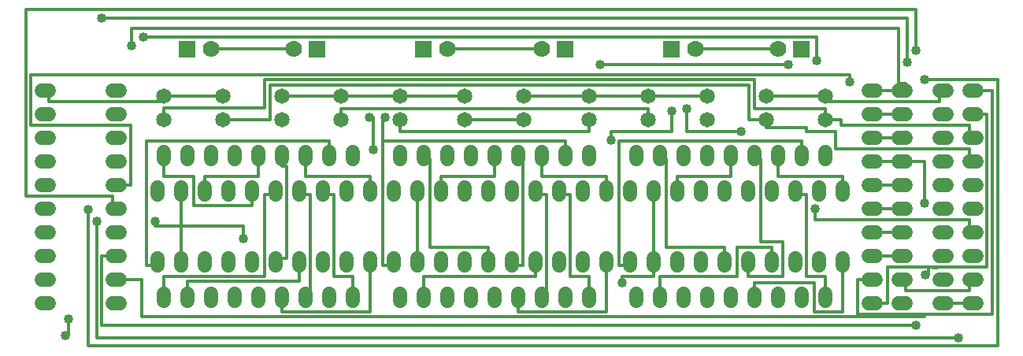
<source format=gbr>
G04 start of page 2 for group 0 idx 0 *
G04 Title: (unknown), component *
G04 Creator: pcb 20100929 *
G04 CreationDate: Mon 21 Feb 2011 05:52:53 PM GMT UTC *
G04 For: vince *
G04 Format: Gerber/RS-274X *
G04 PCB-Dimensions: 480000 150000 *
G04 PCB-Coordinate-Origin: lower left *
%MOIN*%
%FSLAX25Y25*%
%LNFRONT*%
%ADD11C,0.0120*%
%ADD12C,0.0650*%
%ADD13C,0.0200*%
%ADD14C,0.0700*%
%ADD15C,0.0600*%
%ADD16C,0.0400*%
%ADD17C,0.0290*%
%ADD18C,0.0280*%
%ADD19C,0.0350*%
G54D11*X155000Y130000D02*X155001D01*
X155000D02*X120000D01*
X155001D02*X155000D01*
X100000Y107900D02*Y107899D01*
Y110000D02*Y107900D01*
Y107899D01*
Y110000D02*Y107900D01*
Y100000D02*Y99999D01*
Y105150D02*Y100000D01*
X100001Y107900D02*X100000D01*
X142948Y105150D02*X100000D01*
X170000Y91101D02*X92899D01*
X125000Y110000D02*X100000D01*
X125001D02*X125000D01*
X142948Y117052D02*Y105150D01*
X145149Y100000D02*X125000D01*
X145149Y114851D02*Y100000D01*
X86100Y72500D02*X81500D01*
X86100Y97900D02*Y72500D01*
X90698Y32500D02*X81500D01*
X78500Y42500D02*X73899D01*
X78500Y67900D02*Y62500D01*
Y62499D02*Y62500D01*
Y62499D01*
Y62500D01*
Y62499D02*Y62500D01*
Y62499D02*Y62500D01*
Y62499D02*Y62500D01*
Y62499D02*Y62500D01*
Y67900D02*X41698D01*
X100000Y107900D02*X51500D01*
X86100Y97900D02*X43899D01*
Y119253D02*Y97900D01*
X51500Y112500D02*Y107900D01*
X71698Y57100D02*Y7899D01*
X73899Y42500D02*Y13098D01*
X59701Y15897D02*Y8696D01*
X58301D02*Y8695D01*
X59701Y8696D01*
X59702D01*
X58301D02*X59701D01*
X58301D01*
X59702D02*X59701D01*
X90698Y32500D02*Y16699D01*
X92899Y91101D02*Y38500D01*
X68097Y62099D02*Y4299D01*
X78500Y62500D02*Y62499D01*
Y62500D01*
X96500Y55000D02*Y54999D01*
Y57101D02*Y55000D01*
Y54999D01*
Y57101D02*Y55000D01*
X97500Y38500D02*X97501D01*
X97500D02*X92899D01*
X97501D02*X97500D01*
X97501D02*X97500Y40000D01*
X100000Y83500D02*Y76101D01*
Y33900D02*Y26500D01*
X110000Y31699D02*Y26500D01*
X117500Y76101D02*Y68500D01*
X140000Y76101D02*X117500D01*
X137500Y68500D02*Y63900D01*
X117500Y68500D02*Y68499D01*
X137500Y63900D02*X112899D01*
Y76101D02*Y63900D01*
Y76101D02*X100000D01*
X107500Y55000D02*Y41500D01*
X107501Y55000D02*X107500D01*
X133900D02*X107501D01*
X157500Y31699D02*X110000D01*
X142899Y33900D02*X100000D01*
X107500Y41500D02*Y41499D01*
X157500Y38500D02*Y31699D01*
X140000Y83500D02*Y76101D01*
X147500Y68500D02*X142899D01*
X147501D02*X147500D01*
X142899D02*Y33900D01*
X147501Y68500D02*X147500Y70000D01*
X96500Y57101D02*Y55000D01*
X133900Y49701D02*Y49700D01*
X147500Y68500D02*X147501D01*
X117500D02*Y68499D01*
X152100Y41500D02*X147500D01*
X152100Y80501D02*Y41500D01*
X107500D02*Y41499D01*
Y40000D01*
X133900Y49701D02*Y49700D01*
X107500Y68500D02*Y55000D01*
X133900D02*Y49701D01*
X107500Y55000D02*X96500D01*
X107501D02*X107500D01*
X160000Y26500D02*X162100D01*
X160000D01*
X162101D02*X162100D01*
X160000Y26499D02*X162100Y26500D01*
X162101D01*
X187500Y18900D02*X150000D01*
Y23500D02*Y18900D01*
X172100Y68500D02*Y33900D01*
X162100Y68500D02*Y26500D01*
Y68500D02*X157500D01*
X160000Y83500D02*Y76101D01*
X172100Y68500D02*X167500D01*
X187500Y76101D02*X160000D01*
X212899Y83500D02*Y46101D01*
X197500Y38500D02*X197501D01*
X197500Y40000D01*
X192899Y64799D02*Y38500D01*
X207500Y41500D02*Y41499D01*
Y41500D02*Y41499D01*
Y40000D01*
Y68500D02*Y41500D01*
X187500Y68500D02*Y68499D01*
Y76101D02*Y68500D01*
X210000Y83500D02*X212899D01*
X210000D02*X212899D01*
X210000D01*
X212899D02*X210000Y85000D01*
Y33900D02*Y26500D01*
X180000Y33900D02*X172100D01*
X180000D02*Y26500D01*
X197500Y38500D02*X192899D01*
X197501D02*X197500D01*
X187500D02*Y18900D01*
Y68500D02*Y70000D01*
X150000Y83500D02*Y80501D01*
X152100D02*X150000D01*
X152101D02*X152100D01*
X150000Y83500D02*Y80501D01*
Y83500D02*Y80501D01*
Y83500D02*Y80501D01*
X117500Y68500D02*Y70000D01*
Y68499D02*Y68500D01*
X150000Y80501D02*X152100D01*
X152101D01*
X193750Y101251D02*X192899D01*
X193751D02*X193750D01*
X192899D02*Y91101D01*
X188750Y101251D02*Y87500D01*
X200001Y110000D02*X200000D01*
X175001D01*
X200001D02*X200000D01*
Y100000D02*Y95150D01*
X186988Y101251D02*X188750D01*
X187500Y68500D02*Y68499D01*
Y68500D01*
X192899Y91101D02*Y64799D01*
Y91101D02*Y64799D01*
X150000Y80501D02*X152100D01*
X150000D02*Y80500D01*
Y83500D02*Y80501D01*
Y80500D01*
X175000Y110000D02*X150000D01*
X175001D02*X175000D01*
X175001D02*X175000D01*
Y100000D02*Y99999D01*
Y104851D02*Y100000D01*
X170000Y91101D02*Y86500D01*
X260000Y130000D02*X260001D01*
X260000D02*X220000D01*
X260001D02*X260000D01*
X193750Y101251D02*X193751D01*
X100000Y100000D02*Y99999D01*
Y110000D02*Y107900D01*
X100001D01*
X125000Y110000D02*X125001D01*
X41698Y146705D02*Y67900D01*
X86549Y138702D02*Y131499D01*
X175000Y110000D02*X175001D01*
X227500D02*X200001D01*
X227501D02*X227500D01*
X252100Y83500D02*X250000D01*
X240000D02*Y76101D01*
X217500D01*
X260000Y83500D02*Y76101D01*
X252101Y83500D02*X252100D01*
X250000Y85000D01*
X212900Y83500D02*X212899D01*
X217500Y68500D02*Y68499D01*
Y76101D02*Y68500D01*
X387500D02*Y68499D01*
X414000Y82500D02*X414001D01*
X414000D01*
X414001D02*X414000D01*
Y72500D02*X412501D01*
X414000Y82500D02*X412500D01*
X412501Y72500D02*X412500D01*
X411000D01*
X412501D02*X412500D01*
X350000Y83500D02*X352899D01*
X352900D01*
X350000D02*X352899D01*
X357500Y38500D02*Y38499D01*
X352899Y83500D02*X350000Y85000D01*
X414000Y62500D02*X414001D01*
X414000D02*X412500D01*
X414001D02*X414000D01*
Y52500D02*X412501D01*
X412500D01*
X412501D02*X412500D01*
X414000Y42500D02*X414001D01*
X414000D02*X412500D01*
X414001D02*X414000D01*
X412500Y52500D02*X411000D01*
X387500Y40000D02*Y38500D01*
X422201Y64700D02*Y64699D01*
X422500Y34300D02*Y34299D01*
X280000Y33900D02*X272100D01*
X287500Y68500D02*Y68499D01*
X272100Y68500D02*Y33900D01*
X412501Y112499D02*X412500Y112500D01*
Y102500D02*X411000D01*
X412501D02*X412500D01*
X411000Y112500D02*X411101Y115499D01*
X411000Y112500D02*X411101Y115499D01*
Y112500D01*
Y115499D02*X411000Y112500D01*
X411101Y115499D02*Y112500D01*
X411000D02*X411101D01*
Y115499D02*Y115500D01*
Y115499D01*
Y112500D02*X412500D01*
X287500Y76101D02*Y68500D01*
X312899Y83500D02*X310000Y85000D01*
X305000Y110000D02*X280001D01*
X305001D02*X305000D01*
X330000D02*X305001D01*
X330001D02*X330000D01*
X315000Y103749D02*Y95150D01*
X423899Y37900D02*X406399D01*
X387500Y38500D02*Y18900D01*
X423899Y37900D02*Y34300D01*
X427500Y37301D02*X423899Y37900D01*
X427500D02*X423899D01*
X422201Y117100D02*Y117099D01*
Y82500D02*X414001D01*
X280000Y33900D02*Y26500D01*
X307500Y40000D02*Y39999D01*
Y41500D02*Y40000D01*
X297501Y38500D02*X297500Y40000D01*
X294000Y33900D02*Y31099D01*
X337500Y38500D02*Y38499D01*
X297500Y38500D02*X297501D01*
X307500D02*Y39999D01*
Y40000D01*
X317500Y68500D02*Y68499D01*
X310000Y83500D02*X312899D01*
X312900D01*
X310000D02*X312899D01*
X305000Y100000D02*Y99999D01*
Y110000D02*X305001D01*
X330000D02*X330001D01*
X289299Y91550D02*Y91549D01*
X344600Y95150D02*X344601D01*
X355000Y100000D02*Y96750D01*
X360000Y130000D02*X325000D01*
X360001D02*X360000D01*
X355000Y100000D02*X355001D01*
X414000Y112500D02*Y115500D01*
Y112500D02*Y115500D01*
X412501D01*
X380000Y100000D02*Y99999D01*
Y110000D02*Y107900D01*
Y110000D02*X380001D01*
X414000Y112500D02*Y112499D01*
Y102500D02*X412501D01*
X414000Y92500D02*X414001D01*
X412501Y102500D02*X412500D01*
X414000Y92500D02*X412500D01*
X414001D02*X414000D01*
X390299Y116250D02*Y116249D01*
X412501Y115500D02*X412500D01*
X414000D02*X412501D01*
X444000Y22500D02*X444001D01*
X444000D02*X442500D01*
X444001D02*X444000D01*
X441000Y52500D02*Y52499D01*
Y52500D01*
X442500D01*
X441000Y82500D02*Y82499D01*
Y92500D02*Y92499D01*
Y82499D02*Y82500D01*
X442500D01*
X441000Y92499D02*Y92500D01*
X442500D01*
X357500Y38500D02*Y40000D01*
Y38499D02*Y38500D01*
X337500D02*Y40000D01*
Y38499D02*Y38500D01*
X317500Y68500D02*Y70000D01*
Y68499D02*Y68500D01*
X387500D02*Y70000D01*
Y68499D02*Y68500D01*
X422500Y34299D02*X423899Y34300D01*
X423900D01*
X422500D02*X423899D01*
X422201Y64700D02*Y64699D01*
Y82500D02*Y64700D01*
X453002Y117101D02*Y4299D01*
X448600Y102500D02*Y37900D01*
X450801Y17900D02*X422202D01*
Y16699D01*
Y17900D02*X393899D01*
X237500Y38500D02*Y38499D01*
X427500Y37900D02*Y37301D01*
X423899Y34300D02*X422500D01*
X423900D02*X423899D01*
X307500Y33900D02*X294000D01*
X307500Y38500D02*Y33900D01*
X375700Y62500D02*Y57900D01*
X272100Y68500D02*X267500D01*
X287500Y76101D02*X260000D01*
Y26499D02*X262100Y26500D01*
X262101D01*
X260000D02*X262100D01*
X262101D02*X262100D01*
X441000Y57900D02*X375700D01*
X441000Y52500D02*Y52499D01*
Y57900D02*Y52500D01*
Y32500D02*Y27900D01*
X414000D01*
X448600Y37900D02*X427500D01*
X414000Y32500D02*Y27900D01*
X406399Y22500D02*X401500D01*
X406399Y37900D02*Y22500D01*
X380000Y107900D02*Y107899D01*
Y110000D02*Y107900D01*
X390299Y116250D02*Y116249D01*
Y119253D02*Y116250D01*
X412501Y112499D02*X401500Y112500D01*
X414000D02*X412501Y112499D01*
X414000D02*X412501D01*
X412500Y115500D02*Y112500D01*
Y115500D02*X411101D01*
Y138702D02*Y115500D01*
X412501D02*X412500D01*
X422201Y117100D02*Y117099D01*
Y117101D02*Y117100D01*
X453002Y117101D02*X422201D01*
X450801Y112500D02*X444000D01*
X448600Y102500D02*X444000D01*
X376500Y125054D02*Y125053D01*
X360000Y130000D02*X360001D01*
X376500Y125054D02*Y125053D01*
Y135101D02*Y125054D01*
X364600Y123500D02*X364601D01*
X284850D02*Y123499D01*
Y123500D02*Y123499D01*
X364600Y123500D02*X284850D01*
X418600Y146705D02*Y129300D01*
X414702Y143104D02*Y124300D01*
X411000Y72500D02*X401500D01*
X450801Y112500D02*Y17900D01*
X444000Y22500D02*X431500D01*
X444001D02*X444000D01*
X393899Y32500D02*Y17900D01*
X398500Y32500D02*X393899D01*
X414000Y42500D02*X401500D01*
X414001D02*X414000D01*
X411000Y52500D02*X401500D01*
X414000Y62500D02*X401500D01*
X414001D02*X414000D01*
X428500Y112500D02*Y107900D01*
X380000D01*
X441000Y97900D02*X386801D01*
X441000Y92500D02*Y92499D01*
X414000Y82500D02*X401500D01*
X414001D02*X414000D01*
Y92500D02*X401500D01*
X414001D02*X414000D01*
X411000Y102500D02*X401500D01*
X380000Y107900D02*Y107899D01*
Y110000D02*Y107900D01*
Y110000D02*X355000D01*
X380001D02*X380000D01*
X355000Y96750D02*Y96749D01*
Y100000D02*Y96750D01*
X372201D02*X355000D01*
X372201D02*Y95150D01*
X384600D02*X372201D01*
X386801Y100000D02*X380000D01*
X386801D02*Y97900D01*
X380000Y100000D02*Y99999D01*
X384600Y95150D02*Y87900D01*
X441000Y97900D02*Y92500D01*
Y82500D02*Y82499D01*
Y87900D02*Y82500D01*
Y87900D02*X384600D01*
X375399Y31101D02*Y18900D01*
Y31101D02*X350000D01*
X357500Y46101D02*Y38500D01*
X362100Y48302D02*Y33900D01*
X357500Y46101D02*X342899D01*
X350000Y31101D02*Y26500D01*
X357500Y38500D02*Y38499D01*
X347500Y38500D02*Y33900D01*
X362100D02*X347500D01*
X315000Y95150D02*X289299D01*
Y91550D02*Y91549D01*
Y95150D02*Y91550D01*
X270000Y91101D02*X192899D01*
X355000Y96750D02*Y96749D01*
X321549Y104850D02*Y95150D01*
X344600D02*X321549D01*
X344601D02*X344600D01*
X355000Y100000D02*Y96750D01*
X436399Y7899D02*X436400D01*
X436399D02*X71698D01*
X436400D02*X436399D01*
X418600Y13098D02*X418601D01*
X418600D02*X73899D01*
X418601D02*X418600D01*
X453002Y4299D02*X68097D01*
X287500Y18900D02*X250000D01*
X422202Y16699D02*X90698D01*
X390299Y119253D02*X43899D01*
X414702Y143104D02*X73900D01*
X411101Y138702D02*X86549D01*
X418600Y146705D02*X41698D01*
X376500Y135101D02*X91549D01*
X364601Y123500D02*X364600D01*
X175000Y100000D02*Y99999D01*
X252500Y100000D02*X252501D01*
X252500D02*X227500D01*
X252501D02*X252500D01*
X200000Y110000D02*X200001D01*
X227500D02*X227501D01*
X280000Y95150D02*X200000D01*
X280000Y100000D02*Y95150D01*
X305001Y110000D02*X305000D01*
Y104851D02*Y100000D01*
X312899Y83500D02*X310000D01*
X312900D02*X312899D01*
X347948Y114851D02*Y100000D01*
X280000Y110000D02*X280001D01*
X280000D02*X252500D01*
X280001D02*X280000D01*
X280001D02*X280000D01*
X350149Y117052D02*X142948D01*
X347948Y114851D02*X145149D01*
X305000Y100000D02*Y99999D01*
Y104851D02*X175000D01*
X380000D02*Y100000D01*
X370000Y91101D02*X292899D01*
X380000Y104851D02*X350149D01*
Y117052D02*Y104851D01*
X355001Y100000D02*X355000D01*
X347948D01*
X352899Y83500D02*X350000D01*
X352900D02*X352899D01*
X370000Y91101D02*Y86500D01*
X342899Y33900D02*X310000D01*
Y26500D01*
X337500Y38500D02*Y38499D01*
X342899Y46101D02*Y33900D01*
X362100Y48302D02*X352899D01*
X337500Y46101D02*Y38500D01*
Y46101D02*X312899D01*
X340000Y83500D02*Y76101D01*
X317500D01*
X312899Y83500D02*Y46101D01*
X317500Y68500D02*Y68499D01*
Y76101D02*Y68500D01*
X352899Y83500D02*Y48302D01*
X372100Y68500D02*X367500D01*
X372100D02*Y33900D01*
X380000D02*X372100D01*
X380000D02*Y26500D01*
X387500Y68500D02*Y68499D01*
Y76101D02*Y68500D01*
Y76101D02*X360000D01*
Y83500D02*Y76101D01*
X387500Y18900D02*X375399D01*
X297500Y38500D02*X292899D01*
X297501D02*X297500D01*
X287500Y68500D02*Y68499D01*
Y68500D01*
X307500D02*Y41500D01*
X292899Y91101D02*Y38500D01*
X287500D02*Y18900D01*
X237500Y46101D02*X212899D01*
X237500Y38500D02*Y40000D01*
Y38499D02*Y38500D01*
X252100D02*X247500D01*
X237500D02*Y38499D01*
X212899Y83500D02*X212900D01*
X217500Y68500D02*Y70000D01*
Y68499D02*Y68500D01*
X257500Y33900D02*X210000D01*
X237500Y46101D02*Y38500D01*
X217500Y68500D02*Y68499D01*
X262100Y68500D02*Y26500D01*
X287500Y68500D02*Y70000D01*
X250000Y83500D02*X252100D01*
X252101D01*
X250000D02*X252100D01*
X250000Y23500D02*Y18900D01*
X252100Y83500D02*Y38500D01*
X262100Y68500D02*X257500D01*
X270000Y91101D02*Y86500D01*
X257500Y38500D02*Y33900D01*
X262100Y26500D02*X260000D01*
G54D12*X150000Y110000D03*
Y100000D03*
X175000Y110000D03*
Y100000D03*
G54D13*G36*
X161500Y133500D02*Y126500D01*
X168500D01*
Y133500D01*
X161500D01*
G37*
G54D14*X155000Y130000D03*
G54D12*X200000Y110000D03*
Y100000D03*
G54D15*X180000Y85000D03*
X200000D03*
X170000D03*
X160000D03*
X150000D03*
X140000D03*
X130000D03*
X120000D03*
G54D14*Y130000D03*
G54D15*X110000Y85000D03*
X100000D03*
G54D13*G36*
X106500Y133500D02*Y126500D01*
X113500D01*
Y133500D01*
X106500D01*
G37*
G54D15*X50000Y112500D03*
Y102500D03*
Y92500D03*
Y82500D03*
Y72500D03*
Y62500D03*
Y52500D03*
Y42500D03*
Y32500D03*
Y22500D03*
X80000Y52500D03*
Y62500D03*
Y72500D03*
Y82500D03*
Y92500D03*
Y22500D03*
Y32500D03*
Y42500D03*
X97500Y70000D03*
X107500D03*
X117500D03*
X127500D03*
X137500D03*
X147500D03*
X157500D03*
X167500D03*
X177500D03*
X187500D03*
G54D12*X100000Y110000D03*
Y100000D03*
X125000Y110000D03*
Y100000D03*
G54D15*X80000Y102500D03*
Y112500D03*
X100000Y25000D03*
X110000D03*
X120000D03*
X130000D03*
X140000D03*
X150000D03*
X160000D03*
X157500Y40000D03*
X147500D03*
X170000Y25000D03*
X167500Y40000D03*
X180000Y25000D03*
X187500Y40000D03*
X177500D03*
X200000Y25000D03*
X137500Y40000D03*
X127500D03*
X117500D03*
X107500D03*
X97500D03*
G54D12*X227500Y110000D03*
X252500D03*
X280000D03*
X227500Y100000D03*
X252500D03*
X280000D03*
X305000D03*
X330000D03*
X355000D03*
G54D13*G36*
X266500Y133500D02*Y126500D01*
X273500D01*
Y133500D01*
X266500D01*
G37*
G54D14*X260000Y130000D03*
G54D13*G36*
X206500Y133500D02*Y126500D01*
X213500D01*
Y133500D01*
X206500D01*
G37*
G54D14*X220000Y130000D03*
G54D15*X267500Y70000D03*
X277500D03*
X287500D03*
X280000Y85000D03*
X270000D03*
X260000D03*
X250000D03*
X240000D03*
X230000D03*
X220000D03*
X210000D03*
X350000D03*
X340000D03*
X330000D03*
X320000D03*
X310000D03*
X300000D03*
X247500Y40000D03*
X237500D03*
X227500D03*
X217500D03*
X207500D03*
X197500D03*
Y70000D03*
X207500D03*
X217500D03*
X210000Y25000D03*
X220000D03*
X230000D03*
X227500Y70000D03*
X237500D03*
X247500D03*
X257500D03*
X240000Y25000D03*
X250000D03*
X260000D03*
X270000D03*
X287500Y40000D03*
X297500D03*
X280000Y25000D03*
X300000D03*
X277500Y40000D03*
X267500D03*
X257500D03*
X430000Y22500D03*
X442500D03*
X412500D03*
X430000Y32500D03*
X442500D03*
X412500D03*
X400000Y72500D03*
Y62500D03*
Y52500D03*
Y42500D03*
Y32500D03*
Y22500D03*
G54D12*X305000Y110000D03*
X330000D03*
X355000D03*
X380000D03*
G54D13*G36*
X311500Y133500D02*Y126500D01*
X318500D01*
Y133500D01*
X311500D01*
G37*
G54D14*X325000Y130000D03*
G54D12*X380000Y100000D03*
G54D15*X400000Y102500D03*
G54D13*G36*
X366500Y133500D02*Y126500D01*
X373500D01*
Y133500D01*
X366500D01*
G37*
G54D14*X360000Y130000D03*
G54D15*X430000Y102500D03*
X412500D03*
X430000Y112500D03*
X400000D03*
X412500D03*
X442500D03*
Y102500D03*
X297500Y70000D03*
X307500D03*
X317500D03*
X327500D03*
X337500D03*
X347500D03*
X357500D03*
X367500D03*
X377500D03*
X387500D03*
X430000Y42500D03*
X442500D03*
X412500D03*
Y52500D03*
Y62500D03*
Y72500D03*
X430000Y52500D03*
Y62500D03*
Y72500D03*
X442500D03*
Y62500D03*
Y52500D03*
X430000Y82500D03*
Y92500D03*
X442500D03*
Y82500D03*
X400000Y92500D03*
Y82500D03*
X412500D03*
Y92500D03*
X380000Y85000D03*
X370000D03*
X360000D03*
X387500Y40000D03*
X377500D03*
X367500D03*
X357500D03*
X347500D03*
X337500D03*
X327500D03*
X317500D03*
X307500D03*
X310000Y25000D03*
X320000D03*
X330000D03*
X340000D03*
X350000D03*
X360000D03*
X370000D03*
X380000D03*
G54D16*X375700Y62500D03*
X390299Y116250D03*
X422500Y34300D03*
X422201Y117100D03*
Y64700D03*
X364600Y123500D03*
X376500Y125054D03*
X418600Y129300D03*
X414702Y124300D03*
X91549Y135101D03*
X73900Y143104D03*
X86549Y131499D03*
X284850Y123500D03*
X418600Y13098D03*
X59701Y15897D03*
X58301Y8696D03*
X436399Y7899D03*
X289299Y91550D03*
X344600Y95150D03*
X321549Y104850D03*
X294000Y31099D03*
X315000Y103749D03*
X193750Y101251D03*
X96500Y57101D03*
X71698Y57100D03*
X133900Y49701D03*
X68097Y62099D03*
X188750Y87500D03*
X186988Y101251D03*
G54D15*X48500Y112500D02*X51500D01*
X48500Y102500D02*X51500D01*
X48500Y92500D02*X51500D01*
X48500Y82500D02*X51500D01*
X48500Y72500D02*X51500D01*
X48500Y62500D02*X51500D01*
X48500Y52500D02*X51500D01*
X48500Y42500D02*X51500D01*
X48500Y32500D02*X51500D01*
X78500Y62500D02*X81500D01*
X78500Y72500D02*X81500D01*
X78500Y82500D02*X81500D01*
X78500Y92500D02*X81500D01*
X78500Y102500D02*X81500D01*
X78500Y112500D02*X81500D01*
X48500Y22500D02*X51500D01*
X78500Y32500D02*X81500D01*
X78500Y42500D02*X81500D01*
X78500Y52500D02*X81500D01*
X237500Y41500D02*Y38500D01*
X227500Y41500D02*Y38500D01*
X217500Y41500D02*Y38500D01*
X207500Y41500D02*Y38500D01*
X187500Y41500D02*Y38500D01*
X197500Y41500D02*Y38500D01*
Y71500D02*Y68500D01*
X207500Y71500D02*Y68500D01*
X217500Y71500D02*Y68500D01*
X227500Y71500D02*Y68500D01*
X237500Y71500D02*Y68500D01*
X247500Y71500D02*Y68500D01*
X187500Y71500D02*Y68500D01*
X257500Y71500D02*Y68500D01*
X260000Y86500D02*Y83500D01*
X250000Y86500D02*Y83500D01*
X240000Y86500D02*Y83500D01*
X230000Y86500D02*Y83500D01*
X220000Y86500D02*Y83500D01*
X210000Y86500D02*Y83500D01*
X200000Y86500D02*Y83500D01*
Y26500D02*Y23500D01*
X210000Y26500D02*Y23500D01*
X220000Y26500D02*Y23500D01*
X230000Y26500D02*Y23500D01*
X398500Y72500D02*X401500D01*
X398500Y62500D02*X401500D01*
X398500Y52500D02*X401500D01*
X398500Y42500D02*X401500D01*
X387500Y41500D02*Y38500D01*
X398500Y32500D02*X401500D01*
X398500Y22500D02*X401500D01*
X377500Y41500D02*Y38500D01*
X367500Y41500D02*Y38500D01*
X357500Y41500D02*Y38500D01*
X317500Y71500D02*Y68500D01*
X327500Y71500D02*Y68500D01*
X337500Y71500D02*Y68500D01*
X347500Y71500D02*Y68500D01*
X357500Y71500D02*Y68500D01*
X367500Y71500D02*Y68500D01*
X377500Y71500D02*Y68500D01*
X347500Y41500D02*Y38500D01*
X337500Y41500D02*Y38500D01*
X327500Y41500D02*Y38500D01*
X317500Y41500D02*Y38500D01*
X320000Y26500D02*Y23500D01*
X330000Y26500D02*Y23500D01*
X340000Y26500D02*Y23500D01*
X350000Y26500D02*Y23500D01*
X360000Y26500D02*Y23500D01*
X370000Y26500D02*Y23500D01*
X380000Y26500D02*Y23500D01*
X387500Y71500D02*Y68500D01*
X380000Y86500D02*Y83500D01*
X370000Y86500D02*Y83500D01*
X360000Y86500D02*Y83500D01*
X350000Y86500D02*Y83500D01*
X340000Y86500D02*Y83500D01*
X330000Y86500D02*Y83500D01*
X320000Y86500D02*Y83500D01*
X78500Y22500D02*X81500D01*
X100000Y26500D02*Y23500D01*
X110000Y26500D02*Y23500D01*
X120000Y26500D02*Y23500D01*
X180000Y86500D02*Y83500D01*
X170000Y86500D02*Y83500D01*
X160000Y86500D02*Y83500D01*
X150000Y86500D02*Y83500D01*
Y26500D02*Y23500D01*
X160000Y26500D02*Y23500D01*
X170000Y26500D02*Y23500D01*
X180000Y26500D02*Y23500D01*
X177500Y41500D02*Y38500D01*
X167500Y41500D02*Y38500D01*
X157500Y41500D02*Y38500D01*
X147500Y41500D02*Y38500D01*
X130000Y26500D02*Y23500D01*
X140000Y26500D02*Y23500D01*
X137500Y41500D02*Y38500D01*
X127500Y41500D02*Y38500D01*
X117500Y41500D02*Y38500D01*
X107500Y41500D02*Y38500D01*
X97500Y41500D02*Y38500D01*
X140000Y86500D02*Y83500D01*
X130000Y86500D02*Y83500D01*
X120000Y86500D02*Y83500D01*
X110000Y86500D02*Y83500D01*
X100000Y86500D02*Y83500D01*
X97500Y71500D02*Y68500D01*
X107500Y71500D02*Y68500D01*
X117500Y71500D02*Y68500D01*
X127500Y71500D02*Y68500D01*
X137500Y71500D02*Y68500D01*
X147500Y71500D02*Y68500D01*
X157500Y71500D02*Y68500D01*
X167500Y71500D02*Y68500D01*
X177500Y71500D02*Y68500D01*
X428500Y22500D02*X431500D01*
X428500Y32500D02*X431500D01*
X411000Y22500D02*X414000D01*
X411000Y32500D02*X414000D01*
X428500Y62500D02*X431500D01*
X428500Y72500D02*X431500D01*
X428500Y82500D02*X431500D01*
X428500Y92500D02*X431500D01*
X428500Y102500D02*X431500D01*
X428500Y112500D02*X431500D01*
X398500D02*X401500D01*
X411000D02*X414000D01*
X398500Y102500D02*X401500D01*
X398500Y92500D02*X401500D01*
X398500Y82500D02*X401500D01*
X411000D02*X414000D01*
X411000Y92500D02*X414000D01*
X411000Y102500D02*X414000D01*
X441000Y112500D02*X444000D01*
X441000Y102500D02*X444000D01*
X441000Y92500D02*X444000D01*
X441000Y82500D02*X444000D01*
X441000Y72500D02*X444000D01*
X441000Y62500D02*X444000D01*
X441000Y52500D02*X444000D01*
X441000Y42500D02*X444000D01*
X441000Y32500D02*X444000D01*
X441000Y22500D02*X444000D01*
X428500Y42500D02*X431500D01*
X428500Y52500D02*X431500D01*
X411000Y42500D02*X414000D01*
X411000Y52500D02*X414000D01*
X411000Y62500D02*X414000D01*
X411000Y72500D02*X414000D01*
X267500Y41500D02*Y38500D01*
X257500Y41500D02*Y38500D01*
X287500Y41500D02*Y38500D01*
X277500Y41500D02*Y38500D01*
X247500Y41500D02*Y38500D01*
X307500Y41500D02*Y38500D01*
X297500Y41500D02*Y38500D01*
X267500Y71500D02*Y68500D01*
X277500Y71500D02*Y68500D01*
X287500Y71500D02*Y68500D01*
X297500Y71500D02*Y68500D01*
X307500Y71500D02*Y68500D01*
X280000Y86500D02*Y83500D01*
X270000Y86500D02*Y83500D01*
X310000Y86500D02*Y83500D01*
X300000Y86500D02*Y83500D01*
X240000Y26500D02*Y23500D01*
X250000Y26500D02*Y23500D01*
X260000Y26500D02*Y23500D01*
X270000Y26500D02*Y23500D01*
X280000Y26500D02*Y23500D01*
X300000Y26500D02*Y23500D01*
X310000Y26500D02*Y23500D01*
G54D17*G54D18*G54D17*G54D19*G54D18*G54D19*G54D18*G54D19*G54D17*G54D19*G54D17*G54D18*G54D19*G54D17*G54D18*G54D17*G54D19*G54D18*G54D19*G54D13*M02*

</source>
